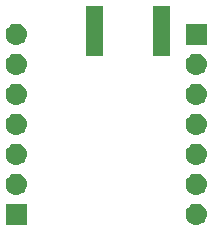
<source format=gbr>
%TF.GenerationSoftware,KiCad,Pcbnew,(5.1.2)-2*%
%TF.CreationDate,2021-02-26T22:53:36+01:00*%
%TF.ProjectId,NRF52_Basic,4e524635-325f-4426-9173-69632e6b6963,V1*%
%TF.SameCoordinates,Original*%
%TF.FileFunction,Soldermask,Bot*%
%TF.FilePolarity,Negative*%
%FSLAX46Y46*%
G04 Gerber Fmt 4.6, Leading zero omitted, Abs format (unit mm)*
G04 Created by KiCad (PCBNEW (5.1.2)-2) date 2021-02-26 22:53:36*
%MOMM*%
%LPD*%
G04 APERTURE LIST*
%ADD10C,0.100000*%
G04 APERTURE END LIST*
D10*
G36*
X138040680Y-91426600D02*
G01*
X136238680Y-91426600D01*
X136238680Y-89624600D01*
X138040680Y-89624600D01*
X138040680Y-91426600D01*
X138040680Y-91426600D01*
G37*
G36*
X152490122Y-89631118D02*
G01*
X152556307Y-89637637D01*
X152726146Y-89689157D01*
X152882671Y-89772822D01*
X152918409Y-89802152D01*
X153019866Y-89885414D01*
X153103128Y-89986871D01*
X153132458Y-90022609D01*
X153216123Y-90179134D01*
X153267643Y-90348973D01*
X153285039Y-90525600D01*
X153267643Y-90702227D01*
X153216123Y-90872066D01*
X153132458Y-91028591D01*
X153103128Y-91064329D01*
X153019866Y-91165786D01*
X152918409Y-91249048D01*
X152882671Y-91278378D01*
X152726146Y-91362043D01*
X152556307Y-91413563D01*
X152490123Y-91420081D01*
X152423940Y-91426600D01*
X152335420Y-91426600D01*
X152269238Y-91420082D01*
X152203053Y-91413563D01*
X152033214Y-91362043D01*
X151876689Y-91278378D01*
X151840951Y-91249048D01*
X151739494Y-91165786D01*
X151656232Y-91064329D01*
X151626902Y-91028591D01*
X151543237Y-90872066D01*
X151491717Y-90702227D01*
X151474321Y-90525600D01*
X151491717Y-90348973D01*
X151543237Y-90179134D01*
X151626902Y-90022609D01*
X151656232Y-89986871D01*
X151739494Y-89885414D01*
X151840951Y-89802152D01*
X151876689Y-89772822D01*
X152033214Y-89689157D01*
X152203053Y-89637637D01*
X152269238Y-89631118D01*
X152335420Y-89624600D01*
X152423940Y-89624600D01*
X152490122Y-89631118D01*
X152490122Y-89631118D01*
G37*
G36*
X137250123Y-87091119D02*
G01*
X137316307Y-87097637D01*
X137486146Y-87149157D01*
X137642671Y-87232822D01*
X137678409Y-87262152D01*
X137779866Y-87345414D01*
X137863128Y-87446871D01*
X137892458Y-87482609D01*
X137976123Y-87639134D01*
X138027643Y-87808973D01*
X138045039Y-87985600D01*
X138027643Y-88162227D01*
X137976123Y-88332066D01*
X137892458Y-88488591D01*
X137863128Y-88524329D01*
X137779866Y-88625786D01*
X137678409Y-88709048D01*
X137642671Y-88738378D01*
X137486146Y-88822043D01*
X137316307Y-88873563D01*
X137250122Y-88880082D01*
X137183940Y-88886600D01*
X137095420Y-88886600D01*
X137029238Y-88880082D01*
X136963053Y-88873563D01*
X136793214Y-88822043D01*
X136636689Y-88738378D01*
X136600951Y-88709048D01*
X136499494Y-88625786D01*
X136416232Y-88524329D01*
X136386902Y-88488591D01*
X136303237Y-88332066D01*
X136251717Y-88162227D01*
X136234321Y-87985600D01*
X136251717Y-87808973D01*
X136303237Y-87639134D01*
X136386902Y-87482609D01*
X136416232Y-87446871D01*
X136499494Y-87345414D01*
X136600951Y-87262152D01*
X136636689Y-87232822D01*
X136793214Y-87149157D01*
X136963053Y-87097637D01*
X137029237Y-87091119D01*
X137095420Y-87084600D01*
X137183940Y-87084600D01*
X137250123Y-87091119D01*
X137250123Y-87091119D01*
G37*
G36*
X152490123Y-87091119D02*
G01*
X152556307Y-87097637D01*
X152726146Y-87149157D01*
X152882671Y-87232822D01*
X152918409Y-87262152D01*
X153019866Y-87345414D01*
X153103128Y-87446871D01*
X153132458Y-87482609D01*
X153216123Y-87639134D01*
X153267643Y-87808973D01*
X153285039Y-87985600D01*
X153267643Y-88162227D01*
X153216123Y-88332066D01*
X153132458Y-88488591D01*
X153103128Y-88524329D01*
X153019866Y-88625786D01*
X152918409Y-88709048D01*
X152882671Y-88738378D01*
X152726146Y-88822043D01*
X152556307Y-88873563D01*
X152490122Y-88880082D01*
X152423940Y-88886600D01*
X152335420Y-88886600D01*
X152269238Y-88880082D01*
X152203053Y-88873563D01*
X152033214Y-88822043D01*
X151876689Y-88738378D01*
X151840951Y-88709048D01*
X151739494Y-88625786D01*
X151656232Y-88524329D01*
X151626902Y-88488591D01*
X151543237Y-88332066D01*
X151491717Y-88162227D01*
X151474321Y-87985600D01*
X151491717Y-87808973D01*
X151543237Y-87639134D01*
X151626902Y-87482609D01*
X151656232Y-87446871D01*
X151739494Y-87345414D01*
X151840951Y-87262152D01*
X151876689Y-87232822D01*
X152033214Y-87149157D01*
X152203053Y-87097637D01*
X152269237Y-87091119D01*
X152335420Y-87084600D01*
X152423940Y-87084600D01*
X152490123Y-87091119D01*
X152490123Y-87091119D01*
G37*
G36*
X137250122Y-84551118D02*
G01*
X137316307Y-84557637D01*
X137486146Y-84609157D01*
X137642671Y-84692822D01*
X137678409Y-84722152D01*
X137779866Y-84805414D01*
X137863128Y-84906871D01*
X137892458Y-84942609D01*
X137976123Y-85099134D01*
X138027643Y-85268973D01*
X138045039Y-85445600D01*
X138027643Y-85622227D01*
X137976123Y-85792066D01*
X137892458Y-85948591D01*
X137863128Y-85984329D01*
X137779866Y-86085786D01*
X137678409Y-86169048D01*
X137642671Y-86198378D01*
X137486146Y-86282043D01*
X137316307Y-86333563D01*
X137250123Y-86340081D01*
X137183940Y-86346600D01*
X137095420Y-86346600D01*
X137029237Y-86340081D01*
X136963053Y-86333563D01*
X136793214Y-86282043D01*
X136636689Y-86198378D01*
X136600951Y-86169048D01*
X136499494Y-86085786D01*
X136416232Y-85984329D01*
X136386902Y-85948591D01*
X136303237Y-85792066D01*
X136251717Y-85622227D01*
X136234321Y-85445600D01*
X136251717Y-85268973D01*
X136303237Y-85099134D01*
X136386902Y-84942609D01*
X136416232Y-84906871D01*
X136499494Y-84805414D01*
X136600951Y-84722152D01*
X136636689Y-84692822D01*
X136793214Y-84609157D01*
X136963053Y-84557637D01*
X137029238Y-84551118D01*
X137095420Y-84544600D01*
X137183940Y-84544600D01*
X137250122Y-84551118D01*
X137250122Y-84551118D01*
G37*
G36*
X152490122Y-84551118D02*
G01*
X152556307Y-84557637D01*
X152726146Y-84609157D01*
X152882671Y-84692822D01*
X152918409Y-84722152D01*
X153019866Y-84805414D01*
X153103128Y-84906871D01*
X153132458Y-84942609D01*
X153216123Y-85099134D01*
X153267643Y-85268973D01*
X153285039Y-85445600D01*
X153267643Y-85622227D01*
X153216123Y-85792066D01*
X153132458Y-85948591D01*
X153103128Y-85984329D01*
X153019866Y-86085786D01*
X152918409Y-86169048D01*
X152882671Y-86198378D01*
X152726146Y-86282043D01*
X152556307Y-86333563D01*
X152490123Y-86340081D01*
X152423940Y-86346600D01*
X152335420Y-86346600D01*
X152269237Y-86340081D01*
X152203053Y-86333563D01*
X152033214Y-86282043D01*
X151876689Y-86198378D01*
X151840951Y-86169048D01*
X151739494Y-86085786D01*
X151656232Y-85984329D01*
X151626902Y-85948591D01*
X151543237Y-85792066D01*
X151491717Y-85622227D01*
X151474321Y-85445600D01*
X151491717Y-85268973D01*
X151543237Y-85099134D01*
X151626902Y-84942609D01*
X151656232Y-84906871D01*
X151739494Y-84805414D01*
X151840951Y-84722152D01*
X151876689Y-84692822D01*
X152033214Y-84609157D01*
X152203053Y-84557637D01*
X152269238Y-84551118D01*
X152335420Y-84544600D01*
X152423940Y-84544600D01*
X152490122Y-84551118D01*
X152490122Y-84551118D01*
G37*
G36*
X152490123Y-82011119D02*
G01*
X152556307Y-82017637D01*
X152726146Y-82069157D01*
X152882671Y-82152822D01*
X152918409Y-82182152D01*
X153019866Y-82265414D01*
X153103128Y-82366871D01*
X153132458Y-82402609D01*
X153216123Y-82559134D01*
X153267643Y-82728973D01*
X153285039Y-82905600D01*
X153267643Y-83082227D01*
X153216123Y-83252066D01*
X153132458Y-83408591D01*
X153103128Y-83444329D01*
X153019866Y-83545786D01*
X152918409Y-83629048D01*
X152882671Y-83658378D01*
X152726146Y-83742043D01*
X152556307Y-83793563D01*
X152490123Y-83800081D01*
X152423940Y-83806600D01*
X152335420Y-83806600D01*
X152269237Y-83800081D01*
X152203053Y-83793563D01*
X152033214Y-83742043D01*
X151876689Y-83658378D01*
X151840951Y-83629048D01*
X151739494Y-83545786D01*
X151656232Y-83444329D01*
X151626902Y-83408591D01*
X151543237Y-83252066D01*
X151491717Y-83082227D01*
X151474321Y-82905600D01*
X151491717Y-82728973D01*
X151543237Y-82559134D01*
X151626902Y-82402609D01*
X151656232Y-82366871D01*
X151739494Y-82265414D01*
X151840951Y-82182152D01*
X151876689Y-82152822D01*
X152033214Y-82069157D01*
X152203053Y-82017637D01*
X152269237Y-82011119D01*
X152335420Y-82004600D01*
X152423940Y-82004600D01*
X152490123Y-82011119D01*
X152490123Y-82011119D01*
G37*
G36*
X137250123Y-82011119D02*
G01*
X137316307Y-82017637D01*
X137486146Y-82069157D01*
X137642671Y-82152822D01*
X137678409Y-82182152D01*
X137779866Y-82265414D01*
X137863128Y-82366871D01*
X137892458Y-82402609D01*
X137976123Y-82559134D01*
X138027643Y-82728973D01*
X138045039Y-82905600D01*
X138027643Y-83082227D01*
X137976123Y-83252066D01*
X137892458Y-83408591D01*
X137863128Y-83444329D01*
X137779866Y-83545786D01*
X137678409Y-83629048D01*
X137642671Y-83658378D01*
X137486146Y-83742043D01*
X137316307Y-83793563D01*
X137250123Y-83800081D01*
X137183940Y-83806600D01*
X137095420Y-83806600D01*
X137029237Y-83800081D01*
X136963053Y-83793563D01*
X136793214Y-83742043D01*
X136636689Y-83658378D01*
X136600951Y-83629048D01*
X136499494Y-83545786D01*
X136416232Y-83444329D01*
X136386902Y-83408591D01*
X136303237Y-83252066D01*
X136251717Y-83082227D01*
X136234321Y-82905600D01*
X136251717Y-82728973D01*
X136303237Y-82559134D01*
X136386902Y-82402609D01*
X136416232Y-82366871D01*
X136499494Y-82265414D01*
X136600951Y-82182152D01*
X136636689Y-82152822D01*
X136793214Y-82069157D01*
X136963053Y-82017637D01*
X137029237Y-82011119D01*
X137095420Y-82004600D01*
X137183940Y-82004600D01*
X137250123Y-82011119D01*
X137250123Y-82011119D01*
G37*
G36*
X152490122Y-79471118D02*
G01*
X152556307Y-79477637D01*
X152726146Y-79529157D01*
X152882671Y-79612822D01*
X152918409Y-79642152D01*
X153019866Y-79725414D01*
X153103128Y-79826871D01*
X153132458Y-79862609D01*
X153216123Y-80019134D01*
X153267643Y-80188973D01*
X153285039Y-80365600D01*
X153267643Y-80542227D01*
X153216123Y-80712066D01*
X153132458Y-80868591D01*
X153103128Y-80904329D01*
X153019866Y-81005786D01*
X152918409Y-81089048D01*
X152882671Y-81118378D01*
X152726146Y-81202043D01*
X152556307Y-81253563D01*
X152490122Y-81260082D01*
X152423940Y-81266600D01*
X152335420Y-81266600D01*
X152269238Y-81260082D01*
X152203053Y-81253563D01*
X152033214Y-81202043D01*
X151876689Y-81118378D01*
X151840951Y-81089048D01*
X151739494Y-81005786D01*
X151656232Y-80904329D01*
X151626902Y-80868591D01*
X151543237Y-80712066D01*
X151491717Y-80542227D01*
X151474321Y-80365600D01*
X151491717Y-80188973D01*
X151543237Y-80019134D01*
X151626902Y-79862609D01*
X151656232Y-79826871D01*
X151739494Y-79725414D01*
X151840951Y-79642152D01*
X151876689Y-79612822D01*
X152033214Y-79529157D01*
X152203053Y-79477637D01*
X152269238Y-79471118D01*
X152335420Y-79464600D01*
X152423940Y-79464600D01*
X152490122Y-79471118D01*
X152490122Y-79471118D01*
G37*
G36*
X137250122Y-79471118D02*
G01*
X137316307Y-79477637D01*
X137486146Y-79529157D01*
X137642671Y-79612822D01*
X137678409Y-79642152D01*
X137779866Y-79725414D01*
X137863128Y-79826871D01*
X137892458Y-79862609D01*
X137976123Y-80019134D01*
X138027643Y-80188973D01*
X138045039Y-80365600D01*
X138027643Y-80542227D01*
X137976123Y-80712066D01*
X137892458Y-80868591D01*
X137863128Y-80904329D01*
X137779866Y-81005786D01*
X137678409Y-81089048D01*
X137642671Y-81118378D01*
X137486146Y-81202043D01*
X137316307Y-81253563D01*
X137250122Y-81260082D01*
X137183940Y-81266600D01*
X137095420Y-81266600D01*
X137029238Y-81260082D01*
X136963053Y-81253563D01*
X136793214Y-81202043D01*
X136636689Y-81118378D01*
X136600951Y-81089048D01*
X136499494Y-81005786D01*
X136416232Y-80904329D01*
X136386902Y-80868591D01*
X136303237Y-80712066D01*
X136251717Y-80542227D01*
X136234321Y-80365600D01*
X136251717Y-80188973D01*
X136303237Y-80019134D01*
X136386902Y-79862609D01*
X136416232Y-79826871D01*
X136499494Y-79725414D01*
X136600951Y-79642152D01*
X136636689Y-79612822D01*
X136793214Y-79529157D01*
X136963053Y-79477637D01*
X137029238Y-79471118D01*
X137095420Y-79464600D01*
X137183940Y-79464600D01*
X137250122Y-79471118D01*
X137250122Y-79471118D01*
G37*
G36*
X152490122Y-76931118D02*
G01*
X152556307Y-76937637D01*
X152726146Y-76989157D01*
X152882671Y-77072822D01*
X152918409Y-77102152D01*
X153019866Y-77185414D01*
X153103128Y-77286871D01*
X153132458Y-77322609D01*
X153216123Y-77479134D01*
X153267643Y-77648973D01*
X153285039Y-77825600D01*
X153267643Y-78002227D01*
X153216123Y-78172066D01*
X153132458Y-78328591D01*
X153103128Y-78364329D01*
X153019866Y-78465786D01*
X152918409Y-78549048D01*
X152882671Y-78578378D01*
X152726146Y-78662043D01*
X152556307Y-78713563D01*
X152490122Y-78720082D01*
X152423940Y-78726600D01*
X152335420Y-78726600D01*
X152269238Y-78720082D01*
X152203053Y-78713563D01*
X152033214Y-78662043D01*
X151876689Y-78578378D01*
X151840951Y-78549048D01*
X151739494Y-78465786D01*
X151656232Y-78364329D01*
X151626902Y-78328591D01*
X151543237Y-78172066D01*
X151491717Y-78002227D01*
X151474321Y-77825600D01*
X151491717Y-77648973D01*
X151543237Y-77479134D01*
X151626902Y-77322609D01*
X151656232Y-77286871D01*
X151739494Y-77185414D01*
X151840951Y-77102152D01*
X151876689Y-77072822D01*
X152033214Y-76989157D01*
X152203053Y-76937637D01*
X152269238Y-76931118D01*
X152335420Y-76924600D01*
X152423940Y-76924600D01*
X152490122Y-76931118D01*
X152490122Y-76931118D01*
G37*
G36*
X137250122Y-76931118D02*
G01*
X137316307Y-76937637D01*
X137486146Y-76989157D01*
X137642671Y-77072822D01*
X137678409Y-77102152D01*
X137779866Y-77185414D01*
X137863128Y-77286871D01*
X137892458Y-77322609D01*
X137976123Y-77479134D01*
X138027643Y-77648973D01*
X138045039Y-77825600D01*
X138027643Y-78002227D01*
X137976123Y-78172066D01*
X137892458Y-78328591D01*
X137863128Y-78364329D01*
X137779866Y-78465786D01*
X137678409Y-78549048D01*
X137642671Y-78578378D01*
X137486146Y-78662043D01*
X137316307Y-78713563D01*
X137250122Y-78720082D01*
X137183940Y-78726600D01*
X137095420Y-78726600D01*
X137029238Y-78720082D01*
X136963053Y-78713563D01*
X136793214Y-78662043D01*
X136636689Y-78578378D01*
X136600951Y-78549048D01*
X136499494Y-78465786D01*
X136416232Y-78364329D01*
X136386902Y-78328591D01*
X136303237Y-78172066D01*
X136251717Y-78002227D01*
X136234321Y-77825600D01*
X136251717Y-77648973D01*
X136303237Y-77479134D01*
X136386902Y-77322609D01*
X136416232Y-77286871D01*
X136499494Y-77185414D01*
X136600951Y-77102152D01*
X136636689Y-77072822D01*
X136793214Y-76989157D01*
X136963053Y-76937637D01*
X137029238Y-76931118D01*
X137095420Y-76924600D01*
X137183940Y-76924600D01*
X137250122Y-76931118D01*
X137250122Y-76931118D01*
G37*
G36*
X150155240Y-77167360D02*
G01*
X148703240Y-77167360D01*
X148703240Y-72865360D01*
X150155240Y-72865360D01*
X150155240Y-77167360D01*
X150155240Y-77167360D01*
G37*
G36*
X144505240Y-77167360D02*
G01*
X143053240Y-77167360D01*
X143053240Y-72865360D01*
X144505240Y-72865360D01*
X144505240Y-77167360D01*
X144505240Y-77167360D01*
G37*
G36*
X137250122Y-74391118D02*
G01*
X137316307Y-74397637D01*
X137486146Y-74449157D01*
X137642671Y-74532822D01*
X137678409Y-74562152D01*
X137779866Y-74645414D01*
X137863128Y-74746871D01*
X137892458Y-74782609D01*
X137976123Y-74939134D01*
X138027643Y-75108973D01*
X138045039Y-75285600D01*
X138027643Y-75462227D01*
X137976123Y-75632066D01*
X137892458Y-75788591D01*
X137863128Y-75824329D01*
X137779866Y-75925786D01*
X137678409Y-76009048D01*
X137642671Y-76038378D01*
X137486146Y-76122043D01*
X137316307Y-76173563D01*
X137250123Y-76180081D01*
X137183940Y-76186600D01*
X137095420Y-76186600D01*
X137029237Y-76180081D01*
X136963053Y-76173563D01*
X136793214Y-76122043D01*
X136636689Y-76038378D01*
X136600951Y-76009048D01*
X136499494Y-75925786D01*
X136416232Y-75824329D01*
X136386902Y-75788591D01*
X136303237Y-75632066D01*
X136251717Y-75462227D01*
X136234321Y-75285600D01*
X136251717Y-75108973D01*
X136303237Y-74939134D01*
X136386902Y-74782609D01*
X136416232Y-74746871D01*
X136499494Y-74645414D01*
X136600951Y-74562152D01*
X136636689Y-74532822D01*
X136793214Y-74449157D01*
X136963053Y-74397637D01*
X137029238Y-74391118D01*
X137095420Y-74384600D01*
X137183940Y-74384600D01*
X137250122Y-74391118D01*
X137250122Y-74391118D01*
G37*
G36*
X153280680Y-76186600D02*
G01*
X151478680Y-76186600D01*
X151478680Y-74384600D01*
X153280680Y-74384600D01*
X153280680Y-76186600D01*
X153280680Y-76186600D01*
G37*
M02*

</source>
